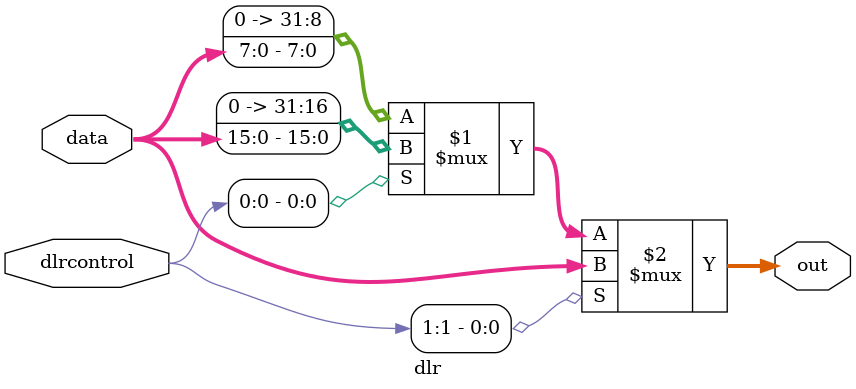
<source format=v>
module dlr (data, dlrcontrol, out);
    input wire [31:0] data;
    input wire [1:0] dlrcontrol;
    output wire [31:0] out;

    assign out = (dlrcontrol[1]) ? data : ((dlrcontrol[0]) ? {16'b0000000000000000, data[15:0]} : {24'b000000000000000000000000, data[7:0]}); //ver se ta certo
endmodule
</source>
